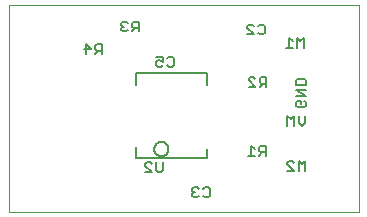
<source format=gbo>
G75*
%MOIN*%
%OFA0B0*%
%FSLAX25Y25*%
%IPPOS*%
%LPD*%
%AMOC8*
5,1,8,0,0,1.08239X$1,22.5*
%
%ADD10C,0.00000*%
%ADD11C,0.00700*%
%ADD12C,0.00500*%
D10*
X0002167Y0003000D02*
X0002167Y0071898D01*
X0118777Y0071898D01*
X0118777Y0003000D01*
X0002167Y0003000D01*
D11*
X0047636Y0016236D02*
X0049838Y0016236D01*
X0047636Y0018438D01*
X0047636Y0018988D01*
X0048187Y0019539D01*
X0049288Y0019539D01*
X0049838Y0018988D01*
X0051320Y0019539D02*
X0051320Y0016786D01*
X0051870Y0016236D01*
X0052971Y0016236D01*
X0053521Y0016786D01*
X0053521Y0019539D01*
X0063298Y0010622D02*
X0063848Y0011173D01*
X0064949Y0011173D01*
X0065500Y0010622D01*
X0066981Y0010622D02*
X0067531Y0011173D01*
X0068632Y0011173D01*
X0069183Y0010622D01*
X0069183Y0008420D01*
X0068632Y0007870D01*
X0067531Y0007870D01*
X0066981Y0008420D01*
X0065500Y0008420D02*
X0064949Y0007870D01*
X0063848Y0007870D01*
X0063298Y0008420D01*
X0063298Y0008971D01*
X0063848Y0009521D01*
X0064399Y0009521D01*
X0063848Y0009521D02*
X0063298Y0010072D01*
X0063298Y0010622D01*
X0081959Y0021752D02*
X0084161Y0021752D01*
X0083060Y0021752D02*
X0083060Y0025054D01*
X0084161Y0023953D01*
X0085642Y0023403D02*
X0086193Y0022853D01*
X0087844Y0022853D01*
X0086743Y0022853D02*
X0085642Y0021752D01*
X0085642Y0023403D02*
X0085642Y0024504D01*
X0086193Y0025054D01*
X0087844Y0025054D01*
X0087844Y0021752D01*
X0095081Y0019402D02*
X0095081Y0018851D01*
X0097283Y0016649D01*
X0095081Y0016649D01*
X0098764Y0016649D02*
X0098764Y0019952D01*
X0099865Y0018851D01*
X0100966Y0019952D01*
X0100966Y0016649D01*
X0097283Y0019402D02*
X0096733Y0019952D01*
X0095632Y0019952D01*
X0095081Y0019402D01*
X0095081Y0031610D02*
X0095081Y0034913D01*
X0096182Y0033812D01*
X0097283Y0034913D01*
X0097283Y0031610D01*
X0098764Y0032711D02*
X0098764Y0034913D01*
X0100966Y0034913D02*
X0100966Y0032711D01*
X0099865Y0031610D01*
X0098764Y0032711D01*
X0098465Y0037844D02*
X0097914Y0038394D01*
X0097914Y0039495D01*
X0098465Y0040046D01*
X0099566Y0040046D01*
X0099566Y0038945D01*
X0100667Y0040046D02*
X0101217Y0039495D01*
X0101217Y0038394D01*
X0100667Y0037844D01*
X0098465Y0037844D01*
X0097914Y0041527D02*
X0101217Y0041527D01*
X0097914Y0043729D01*
X0101217Y0043729D01*
X0101217Y0045210D02*
X0101217Y0046862D01*
X0100667Y0047412D01*
X0098465Y0047412D01*
X0097914Y0046862D01*
X0097914Y0045210D01*
X0101217Y0045210D01*
X0087974Y0045758D02*
X0086323Y0045758D01*
X0085772Y0046308D01*
X0085772Y0047409D01*
X0086323Y0047960D01*
X0087974Y0047960D01*
X0087974Y0044657D01*
X0086873Y0045758D02*
X0085772Y0044657D01*
X0084291Y0044657D02*
X0082089Y0046859D01*
X0082089Y0047409D01*
X0082640Y0047960D01*
X0083741Y0047960D01*
X0084291Y0047409D01*
X0084291Y0044657D02*
X0082089Y0044657D01*
X0094550Y0057700D02*
X0096752Y0057700D01*
X0095651Y0057700D02*
X0095651Y0061003D01*
X0096752Y0059902D01*
X0098233Y0061003D02*
X0099334Y0059902D01*
X0100435Y0061003D01*
X0100435Y0057700D01*
X0098233Y0057700D02*
X0098233Y0061003D01*
X0087557Y0062668D02*
X0087006Y0062118D01*
X0085905Y0062118D01*
X0085355Y0062668D01*
X0083874Y0062118D02*
X0081672Y0064320D01*
X0081672Y0064870D01*
X0082222Y0065421D01*
X0083323Y0065421D01*
X0083874Y0064870D01*
X0085355Y0064870D02*
X0085905Y0065421D01*
X0087006Y0065421D01*
X0087557Y0064870D01*
X0087557Y0062668D01*
X0083874Y0062118D02*
X0081672Y0062118D01*
X0057183Y0054122D02*
X0057183Y0051920D01*
X0056632Y0051370D01*
X0055531Y0051370D01*
X0054981Y0051920D01*
X0053500Y0051920D02*
X0052949Y0051370D01*
X0051848Y0051370D01*
X0051298Y0051920D01*
X0051298Y0053021D01*
X0051848Y0053572D01*
X0052399Y0053572D01*
X0053500Y0053021D01*
X0053500Y0054673D01*
X0051298Y0054673D01*
X0054981Y0054122D02*
X0055531Y0054673D01*
X0056632Y0054673D01*
X0057183Y0054122D01*
X0045478Y0063118D02*
X0045478Y0066421D01*
X0043827Y0066421D01*
X0043276Y0065870D01*
X0043276Y0064769D01*
X0043827Y0064219D01*
X0045478Y0064219D01*
X0044377Y0064219D02*
X0043276Y0063118D01*
X0041795Y0063668D02*
X0041244Y0063118D01*
X0040144Y0063118D01*
X0039593Y0063668D01*
X0039593Y0064219D01*
X0040144Y0064769D01*
X0040694Y0064769D01*
X0040144Y0064769D02*
X0039593Y0065320D01*
X0039593Y0065870D01*
X0040144Y0066421D01*
X0041244Y0066421D01*
X0041795Y0065870D01*
X0033143Y0058909D02*
X0031492Y0058909D01*
X0030942Y0058358D01*
X0030942Y0057257D01*
X0031492Y0056707D01*
X0033143Y0056707D01*
X0032042Y0056707D02*
X0030942Y0055606D01*
X0033143Y0055606D02*
X0033143Y0058909D01*
X0029460Y0057257D02*
X0027258Y0057257D01*
X0027809Y0055606D02*
X0027809Y0058909D01*
X0029460Y0057257D01*
D12*
X0044726Y0049378D02*
X0044726Y0045244D01*
X0044726Y0049378D02*
X0068348Y0049378D01*
X0068348Y0045244D01*
X0044726Y0024575D02*
X0044726Y0021031D01*
X0068348Y0021031D01*
X0068348Y0023984D01*
X0050631Y0023984D02*
X0050633Y0024081D01*
X0050639Y0024178D01*
X0050649Y0024274D01*
X0050663Y0024370D01*
X0050681Y0024466D01*
X0050702Y0024560D01*
X0050728Y0024654D01*
X0050757Y0024746D01*
X0050791Y0024837D01*
X0050827Y0024927D01*
X0050868Y0025015D01*
X0050912Y0025101D01*
X0050960Y0025186D01*
X0051011Y0025268D01*
X0051065Y0025349D01*
X0051123Y0025427D01*
X0051184Y0025502D01*
X0051247Y0025575D01*
X0051314Y0025646D01*
X0051384Y0025713D01*
X0051456Y0025778D01*
X0051531Y0025839D01*
X0051609Y0025898D01*
X0051688Y0025953D01*
X0051770Y0026005D01*
X0051854Y0026053D01*
X0051940Y0026098D01*
X0052028Y0026140D01*
X0052117Y0026178D01*
X0052208Y0026212D01*
X0052300Y0026242D01*
X0052393Y0026269D01*
X0052488Y0026291D01*
X0052583Y0026310D01*
X0052679Y0026325D01*
X0052775Y0026336D01*
X0052872Y0026343D01*
X0052969Y0026346D01*
X0053066Y0026345D01*
X0053163Y0026340D01*
X0053259Y0026331D01*
X0053355Y0026318D01*
X0053451Y0026301D01*
X0053546Y0026280D01*
X0053639Y0026256D01*
X0053732Y0026227D01*
X0053824Y0026195D01*
X0053914Y0026159D01*
X0054002Y0026120D01*
X0054089Y0026076D01*
X0054174Y0026030D01*
X0054257Y0025979D01*
X0054338Y0025926D01*
X0054416Y0025869D01*
X0054493Y0025809D01*
X0054566Y0025746D01*
X0054637Y0025680D01*
X0054705Y0025611D01*
X0054771Y0025539D01*
X0054833Y0025465D01*
X0054892Y0025388D01*
X0054948Y0025309D01*
X0055001Y0025227D01*
X0055051Y0025144D01*
X0055096Y0025058D01*
X0055139Y0024971D01*
X0055178Y0024882D01*
X0055213Y0024792D01*
X0055244Y0024700D01*
X0055271Y0024607D01*
X0055295Y0024513D01*
X0055315Y0024418D01*
X0055331Y0024322D01*
X0055343Y0024226D01*
X0055351Y0024129D01*
X0055355Y0024032D01*
X0055355Y0023936D01*
X0055351Y0023839D01*
X0055343Y0023742D01*
X0055331Y0023646D01*
X0055315Y0023550D01*
X0055295Y0023455D01*
X0055271Y0023361D01*
X0055244Y0023268D01*
X0055213Y0023176D01*
X0055178Y0023086D01*
X0055139Y0022997D01*
X0055096Y0022910D01*
X0055051Y0022824D01*
X0055001Y0022741D01*
X0054948Y0022659D01*
X0054892Y0022580D01*
X0054833Y0022503D01*
X0054771Y0022429D01*
X0054705Y0022357D01*
X0054637Y0022288D01*
X0054566Y0022222D01*
X0054493Y0022159D01*
X0054416Y0022099D01*
X0054338Y0022042D01*
X0054257Y0021989D01*
X0054174Y0021938D01*
X0054089Y0021892D01*
X0054002Y0021848D01*
X0053914Y0021809D01*
X0053824Y0021773D01*
X0053732Y0021741D01*
X0053639Y0021712D01*
X0053546Y0021688D01*
X0053451Y0021667D01*
X0053355Y0021650D01*
X0053259Y0021637D01*
X0053163Y0021628D01*
X0053066Y0021623D01*
X0052969Y0021622D01*
X0052872Y0021625D01*
X0052775Y0021632D01*
X0052679Y0021643D01*
X0052583Y0021658D01*
X0052488Y0021677D01*
X0052393Y0021699D01*
X0052300Y0021726D01*
X0052208Y0021756D01*
X0052117Y0021790D01*
X0052028Y0021828D01*
X0051940Y0021870D01*
X0051854Y0021915D01*
X0051770Y0021963D01*
X0051688Y0022015D01*
X0051609Y0022070D01*
X0051531Y0022129D01*
X0051456Y0022190D01*
X0051384Y0022255D01*
X0051314Y0022322D01*
X0051247Y0022393D01*
X0051184Y0022466D01*
X0051123Y0022541D01*
X0051065Y0022619D01*
X0051011Y0022700D01*
X0050960Y0022782D01*
X0050912Y0022867D01*
X0050868Y0022953D01*
X0050827Y0023041D01*
X0050791Y0023131D01*
X0050757Y0023222D01*
X0050728Y0023314D01*
X0050702Y0023408D01*
X0050681Y0023502D01*
X0050663Y0023598D01*
X0050649Y0023694D01*
X0050639Y0023790D01*
X0050633Y0023887D01*
X0050631Y0023984D01*
M02*

</source>
